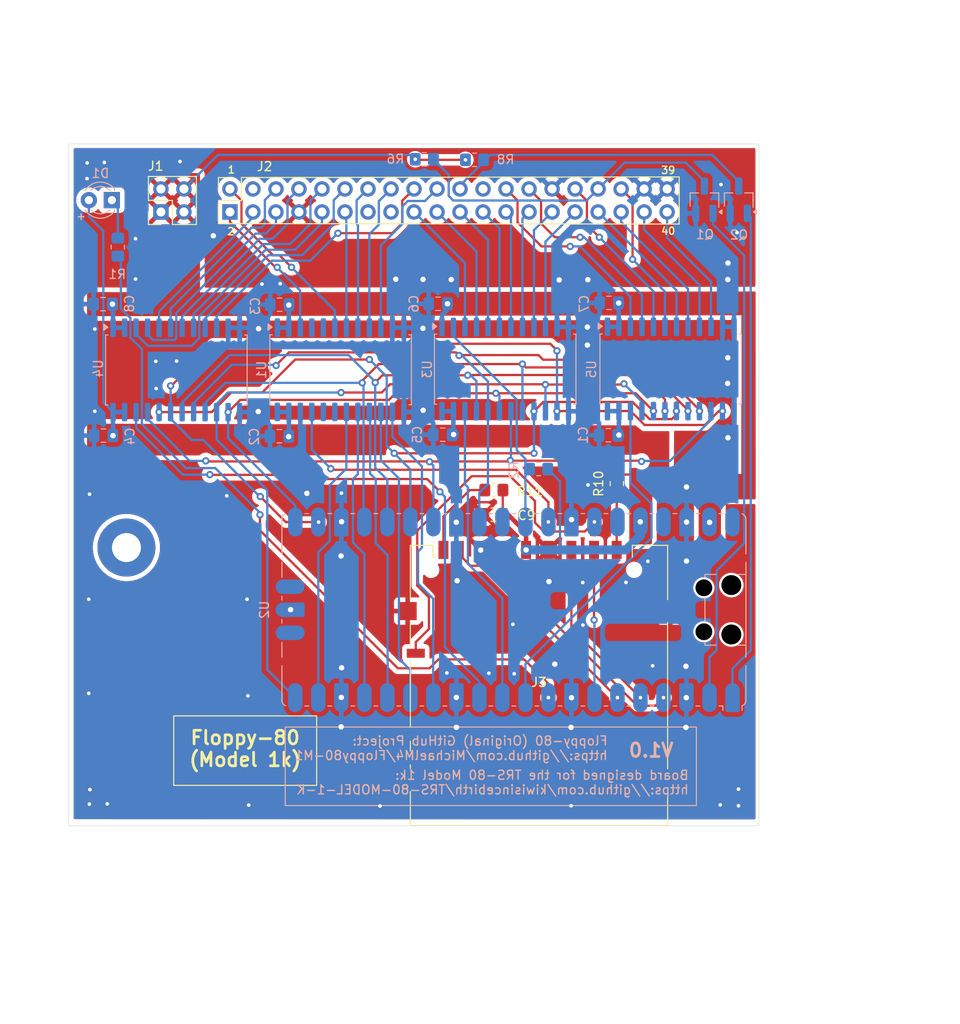
<source format=kicad_pcb>
(kicad_pcb
	(version 20241229)
	(generator "pcbnew")
	(generator_version "9.0")
	(general
		(thickness 1.6)
		(legacy_teardrops no)
	)
	(paper "A4")
	(title_block
		(title "Floppy-80 Model 1k")
		(date "2025-11-15")
		(rev "1.0")
		(company "kiwisincebirth")
		(comment 2 "with standard 40pin IDC pin header")
		(comment 3 "Floppy-80 supporting TRS-80 Model 1k")
	)
	(layers
		(0 "F.Cu" signal)
		(2 "B.Cu" signal)
		(9 "F.Adhes" user "F.Adhesive")
		(11 "B.Adhes" user "B.Adhesive")
		(13 "F.Paste" user)
		(15 "B.Paste" user)
		(5 "F.SilkS" user "F.Silkscreen")
		(7 "B.SilkS" user "B.Silkscreen")
		(1 "F.Mask" user)
		(3 "B.Mask" user)
		(17 "Dwgs.User" user "User.Drawings")
		(19 "Cmts.User" user "User.Comments")
		(21 "Eco1.User" user "User.Eco1")
		(23 "Eco2.User" user "User.Eco2")
		(25 "Edge.Cuts" user)
		(27 "Margin" user)
		(31 "F.CrtYd" user "F.Courtyard")
		(29 "B.CrtYd" user "B.Courtyard")
		(35 "F.Fab" user)
		(33 "B.Fab" user)
	)
	(setup
		(pad_to_mask_clearance 0)
		(allow_soldermask_bridges_in_footprints no)
		(tenting front back)
		(pcbplotparams
			(layerselection 0x00000000_00000000_55555555_5755f5ff)
			(plot_on_all_layers_selection 0x00000000_00000000_00000000_00000000)
			(disableapertmacros no)
			(usegerberextensions no)
			(usegerberattributes yes)
			(usegerberadvancedattributes yes)
			(creategerberjobfile yes)
			(dashed_line_dash_ratio 12.000000)
			(dashed_line_gap_ratio 3.000000)
			(svgprecision 6)
			(plotframeref no)
			(mode 1)
			(useauxorigin no)
			(hpglpennumber 1)
			(hpglpenspeed 20)
			(hpglpendiameter 15.000000)
			(pdf_front_fp_property_popups yes)
			(pdf_back_fp_property_popups yes)
			(pdf_metadata yes)
			(pdf_single_document no)
			(dxfpolygonmode yes)
			(dxfimperialunits yes)
			(dxfusepcbnewfont yes)
			(psnegative no)
			(psa4output no)
			(plot_black_and_white yes)
			(sketchpadsonfab no)
			(plotpadnumbers no)
			(hidednponfab no)
			(sketchdnponfab yes)
			(crossoutdnponfab yes)
			(subtractmaskfromsilk no)
			(outputformat 1)
			(mirror no)
			(drillshape 0)
			(scaleselection 1)
			(outputdirectory "")
		)
	)
	(net 0 "")
	(net 1 "GND")
	(net 2 "+3V3")
	(net 3 "/D7")
	(net 4 "/D6")
	(net 5 "/D5")
	(net 6 "/D4")
	(net 7 "/D3")
	(net 8 "/D2")
	(net 9 "/D1")
	(net 10 "/D0")
	(net 11 "/A1")
	(net 12 "/A0")
	(net 13 "/DIR")
	(net 14 "/MREQ'")
	(net 15 "/~{IN}")
	(net 16 "/~{RAS}")
	(net 17 "/~{WR}")
	(net 18 "/~{WAIT}")
	(net 19 "/~{RD}")
	(net 20 "unconnected-(J2-Pin_3-Pad3)")
	(net 21 "unconnected-(J2-Pin_14-Pad14)")
	(net 22 "/~{INT}")
	(net 23 "/~{OUT}")
	(net 24 "unconnected-(J2-Pin_23-Pad23)")
	(net 25 "/~{SYSRES}")
	(net 26 "/A10")
	(net 27 "/A12")
	(net 28 "/A13")
	(net 29 "/A15")
	(net 30 "/A11")
	(net 31 "/A14")
	(net 32 "/A8")
	(net 33 "/CD")
	(net 34 "/WAIT'")
	(net 35 "+5V")
	(net 36 "unconnected-(J2-Pin_16-Pad16)")
	(net 37 "Net-(D1-K)")
	(net 38 "/PD5")
	(net 39 "/PD4")
	(net 40 "/PD6")
	(net 41 "/PD3")
	(net 42 "/A9")
	(net 43 "/PD2")
	(net 44 "/PD1")
	(net 45 "/PD7")
	(net 46 "/A4")
	(net 47 "/PD0")
	(net 48 "/A3")
	(net 49 "/A5")
	(net 50 "/A7")
	(net 51 "/A6")
	(net 52 "/A2")
	(net 53 "Net-(J3-DAT2)")
	(net 54 "Net-(J3-DAT1)")
	(net 55 "unconnected-(U1-B3-Pad19)")
	(net 56 "unconnected-(U1-A2-Pad4)")
	(net 57 "unconnected-(U1-B2-Pad20)")
	(net 58 "unconnected-(U1-A3-Pad5)")
	(net 59 "/INT'")
	(net 60 "unconnected-(U2-VBUS-Pad40)")
	(net 61 "/IN'")
	(net 62 "/RD'")
	(net 63 "/WR'")
	(net 64 "/ADDRL_OE")
	(net 65 "/DATAB_OE")
	(net 66 "/OUT'")
	(net 67 "/ADDRH_OE")
	(net 68 "unconnected-(U2-ADC_VREF-Pad35)")
	(net 69 "unconnected-(U2-RUN-Pad30)")
	(net 70 "/SYSRES'")
	(net 71 "unconnected-(U2-3V3_EN-Pad37)")
	(net 72 "Net-(U2-GPIO6)")
	(net 73 "unconnected-(J3-WRITE_PROTECT-Pad11)")
	(net 74 "/MOSI")
	(net 75 "/CS_CD")
	(net 76 "/SCLK")
	(net 77 "/MISO")
	(net 78 "unconnected-(U2-SWDIO-PadD3)")
	(net 79 "unconnected-(U2-SWCLK-PadD1)")
	(footprint "Connector_Card:SD_Hirose_DM1AA_SF_PEJ82" (layer "F.Cu") (at 157.75 106.34))
	(footprint "Resistor_SMD:R_0805_2012Metric_Pad1.20x1.40mm_HandSolder" (layer "F.Cu") (at 166.34 84.08 90))
	(footprint "Resistor_SMD:R_0805_2012Metric_Pad1.20x1.40mm_HandSolder" (layer "F.Cu") (at 152.77 84.79))
	(footprint "FDC:PinHeader_2x20_P2.54mm_Even_Odd_Vertical" (layer "F.Cu") (at 123.635 54.115 90))
	(footprint "Capacitor_SMD:C_0805_2012Metric_Pad1.18x1.45mm_HandSolder" (layer "F.Cu") (at 152.71 87.495 180))
	(footprint "Connector_PinHeader_2.54mm:PinHeader_2x02_P2.54mm_Vertical" (layer "F.Cu") (at 116.015 54.115 90))
	(footprint "MountingHole:MountingHole_3.2mm_M3_Pad" (layer "F.Cu") (at 112.21 91.13))
	(footprint "Package_SO:SOIC-24W_7.5x15.4mm_P1.27mm" (layer "B.Cu") (at 154.02 71.45 -90))
	(footprint "Package_SO:SOIC-24W_7.5x15.4mm_P1.27mm" (layer "B.Cu") (at 172.29 71.43 -90))
	(footprint "Capacitor_SMD:C_0805_2012Metric_Pad1.18x1.45mm_HandSolder" (layer "B.Cu") (at 129.09 78.85 180))
	(footprint "Capacitor_SMD:C_0805_2012Metric_Pad1.18x1.45mm_HandSolder" (layer "B.Cu") (at 129.12 64.34 180))
	(footprint "Capacitor_SMD:C_0805_2012Metric_Pad1.18x1.45mm_HandSolder" (layer "B.Cu") (at 147.12 78.68 180))
	(footprint "Capacitor_SMD:C_0805_2012Metric_Pad1.18x1.45mm_HandSolder" (layer "B.Cu") (at 146.61 64.24 180))
	(footprint "Module:RaspberryPi_Pico_SMD_HandSolder" (layer "B.Cu") (at 154.98 97.995 90))
	(footprint "LED_THT:LED_D3.0mm" (layer "B.Cu") (at 110.6 52.81 180))
	(footprint "Resistor_SMD:R_0805_2012Metric_Pad1.20x1.40mm_HandSolder" (layer "B.Cu") (at 111.26 57.99 -90))
	(footprint "Resistor_SMD:R_0805_2012Metric_Pad1.20x1.40mm_HandSolder" (layer "B.Cu") (at 150.63 48.36 180))
	(footprint "Capacitor_SMD:C_0805_2012Metric_Pad1.18x1.45mm_HandSolder" (layer "B.Cu") (at 165.41 78.74 180))
	(footprint "Capacitor_SMD:C_0805_2012Metric_Pad1.18x1.45mm_HandSolder" (layer "B.Cu") (at 165.48 64.14 180))
	(footprint "Capacitor_SMD:C_0805_2012Metric_Pad1.18x1.45mm_HandSolder" (layer "B.Cu") (at 109.67 78.78 180))
	(footprint "Capacitor_SMD:C_0805_2012Metric_Pad1.18x1.45mm_HandSolder"
		(layer "B.Cu")
		(uuid "60064ccc-d7c7-4fe4-8fe8-f75bef850fda")
		(at 109.63 64.28 180)
		(descr "Capacitor SMD 0805 (2012 Metric), square (rectangular) end terminal, IPC_7351 nominal with elongated pad for handsoldering. (Body size source: IPC-SM-782 page 76, https://www.pcb-3d.com/wordpress/wp-content/uploads/ipc-sm-782a_amendment_1_and_2.pdf, https://docs.google.com/spreadsheets/d/1BsfQQcO9C6DZCsRaXUlFlo91Tg2WpOkGARC1WS5S8t0/edit?usp=sharing), generated with kicad-footprint-generator")
		(tags "capacitor handsolder")
		(property "Reference" "C8"
			(at -2.91 0.05 90)
			(layer "B.SilkS")
			(uuid "ecd8c252-e151-4c89-9cf5-f9c5b4949a5a")
			(effects
				(font
					(size 1 1)
					(thickness 0.15)
				)
				(justify mirror)
			)
		)
		(property "Value" "100nF"
			(at 0 -1.68 0)
			(layer "B.Fab")
			(uuid "8d23291d-161a-4e5d-8f0a-d
... [988299 chars truncated]
</source>
